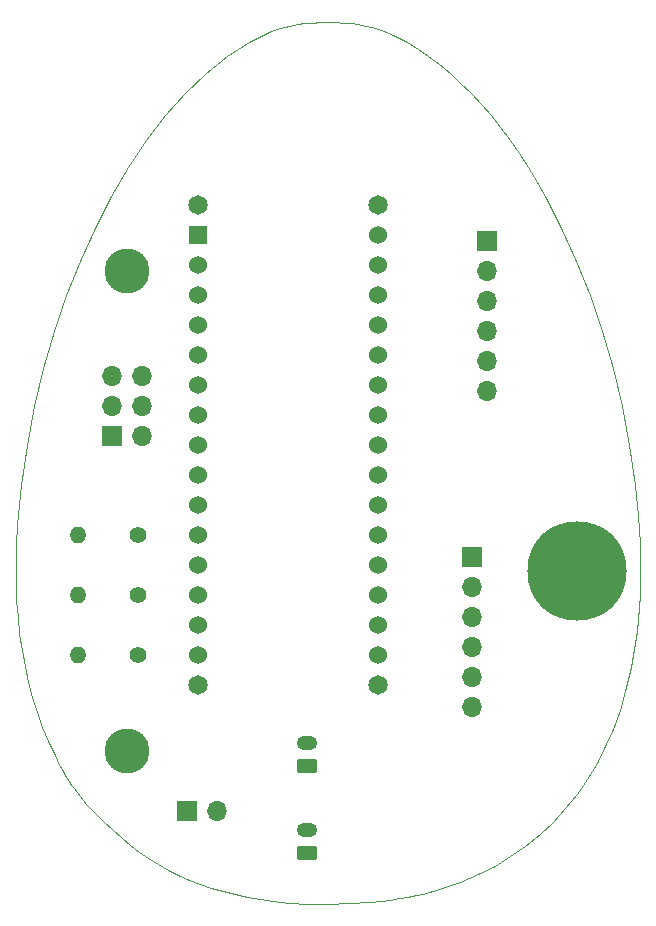
<source format=gbr>
%TF.GenerationSoftware,KiCad,Pcbnew,(6.0.6)*%
%TF.CreationDate,2022-07-21T10:54:16-07:00*%
%TF.ProjectId,ElectronicEggDrop,456c6563-7472-46f6-9e69-634567674472,rev?*%
%TF.SameCoordinates,Original*%
%TF.FileFunction,Soldermask,Top*%
%TF.FilePolarity,Negative*%
%FSLAX46Y46*%
G04 Gerber Fmt 4.6, Leading zero omitted, Abs format (unit mm)*
G04 Created by KiCad (PCBNEW (6.0.6)) date 2022-07-21 10:54:16*
%MOMM*%
%LPD*%
G01*
G04 APERTURE LIST*
G04 Aperture macros list*
%AMRoundRect*
0 Rectangle with rounded corners*
0 $1 Rounding radius*
0 $2 $3 $4 $5 $6 $7 $8 $9 X,Y pos of 4 corners*
0 Add a 4 corners polygon primitive as box body*
4,1,4,$2,$3,$4,$5,$6,$7,$8,$9,$2,$3,0*
0 Add four circle primitives for the rounded corners*
1,1,$1+$1,$2,$3*
1,1,$1+$1,$4,$5*
1,1,$1+$1,$6,$7*
1,1,$1+$1,$8,$9*
0 Add four rect primitives between the rounded corners*
20,1,$1+$1,$2,$3,$4,$5,0*
20,1,$1+$1,$4,$5,$6,$7,0*
20,1,$1+$1,$6,$7,$8,$9,0*
20,1,$1+$1,$8,$9,$2,$3,0*%
G04 Aperture macros list end*
%TA.AperFunction,Profile*%
%ADD10C,0.025399*%
%TD*%
%ADD11C,1.650000*%
%ADD12R,1.524000X1.524000*%
%ADD13C,1.524000*%
%ADD14RoundRect,0.250000X0.625000X-0.350000X0.625000X0.350000X-0.625000X0.350000X-0.625000X-0.350000X0*%
%ADD15O,1.750000X1.200000*%
%ADD16C,8.400000*%
%ADD17C,1.400000*%
%ADD18O,1.400000X1.400000*%
%ADD19R,1.700000X1.700000*%
%ADD20O,1.700000X1.700000*%
%ADD21C,3.800000*%
G04 APERTURE END LIST*
D10*
X110955611Y-130290463D02*
X110755790Y-129884972D01*
X111953453Y-132047527D02*
X111746614Y-131722071D01*
X109262709Y-126233297D02*
X108865549Y-124967472D01*
X109774374Y-97090331D02*
X110679355Y-93949659D01*
X159048980Y-124434594D02*
X158580224Y-126060765D01*
X132570500Y-67846666D02*
X133224333Y-67810711D01*
X111545642Y-131386665D02*
X111348306Y-131038280D01*
X135197799Y-67846666D02*
X135839665Y-67906591D01*
X133224333Y-67810711D02*
X133884150Y-67798726D01*
X140648716Y-141868040D02*
X139909930Y-141985810D01*
X129108230Y-68565766D02*
X129600509Y-68385991D01*
X107500344Y-112057038D02*
X107589163Y-110413964D01*
X153644037Y-85197673D02*
X154906137Y-87985107D01*
X142399300Y-70666716D02*
X143308753Y-71354665D01*
X114835540Y-135421166D02*
X114835540Y-135421166D01*
X116325886Y-136803079D02*
X115573617Y-136132831D01*
X123565303Y-72103961D02*
X125371362Y-70666342D01*
X129108230Y-68565766D02*
X129108230Y-68565766D01*
X139608018Y-68989629D02*
X140547898Y-69482324D01*
X159048980Y-124434594D02*
X159048980Y-124434594D01*
X138660064Y-68565766D02*
X139608018Y-68989629D01*
X145089993Y-72912702D02*
X145959711Y-73779042D01*
X159518034Y-122405316D02*
X159297061Y-123416277D01*
X138660064Y-68565766D02*
X138660064Y-68565766D01*
X108220406Y-122349862D02*
X107971882Y-120993723D01*
X159297061Y-123416277D02*
X159048980Y-124434594D01*
X117879216Y-138022275D02*
X117093901Y-137432647D01*
X143554273Y-141139184D02*
X141945068Y-141598229D01*
X131304718Y-67990486D02*
X131928634Y-67906591D01*
X115491502Y-82562526D02*
X116951002Y-80084989D01*
X159879333Y-120390834D02*
X159712068Y-121398054D01*
X130594698Y-142383751D02*
X129876023Y-142326217D01*
X143308753Y-71354665D02*
X144205995Y-72103952D01*
X123991364Y-141093309D02*
X123041435Y-140762606D01*
X118496451Y-77785292D02*
X120119529Y-75678508D01*
X148472852Y-76704865D02*
X149275113Y-77782827D01*
X153978971Y-134376577D02*
X152929983Y-135506280D01*
X121224558Y-139996134D02*
X120354502Y-139558891D01*
X159387783Y-103616389D02*
X159860427Y-106976540D01*
X160134238Y-118361896D02*
X160020000Y-119380000D01*
X158762879Y-100314217D02*
X159387783Y-103616389D01*
X118683385Y-138572699D02*
X117879216Y-138022275D01*
X119507963Y-139084659D02*
X118683385Y-138572699D01*
X150605633Y-137530539D02*
X149333701Y-138421653D01*
X107589163Y-110413964D02*
X107725092Y-108721190D01*
X151804966Y-136558174D02*
X150605633Y-137530539D01*
X127025762Y-141884150D02*
X125981973Y-141653343D01*
X133884150Y-67798726D02*
X134543966Y-67810711D01*
X123041435Y-140762606D02*
X122119684Y-140397127D01*
X125371362Y-70666342D02*
X127221777Y-69481919D01*
X158023432Y-127621175D02*
X157380321Y-129114104D01*
X154950214Y-133170787D02*
X153978971Y-134376577D01*
X150820251Y-80081543D02*
X151561060Y-81298549D01*
X157993989Y-97085013D02*
X158762879Y-100314217D01*
X159860427Y-106976540D02*
X159860427Y-106976540D01*
X111348306Y-131038280D02*
X111152373Y-130673889D01*
X145959711Y-73779042D02*
X146814117Y-74701098D01*
X129218078Y-142251046D02*
X129218078Y-142251031D01*
X120119529Y-75678508D02*
X121811920Y-73779707D01*
X158580224Y-126060765D02*
X158023432Y-127621175D01*
X109005252Y-100318416D02*
X109774374Y-97090331D01*
X140547898Y-69482324D02*
X141478670Y-70041978D01*
X130704736Y-68098351D02*
X131304718Y-67990486D01*
X113753080Y-134301541D02*
X113442680Y-133960930D01*
X154906137Y-87985107D02*
X156057345Y-90905468D01*
X160274181Y-111895825D02*
X160314946Y-113034339D01*
X111746614Y-131722071D02*
X111545642Y-131386665D01*
X114126269Y-85202833D02*
X115491502Y-82562526D01*
X113153769Y-133631570D02*
X112884117Y-133310431D01*
X124971025Y-141389976D02*
X123991364Y-141093309D01*
X157380321Y-129114104D02*
X156652603Y-130537829D01*
X112393660Y-132680707D02*
X112168391Y-132366063D01*
X160222218Y-117332865D02*
X160134238Y-118361896D01*
X137063561Y-68098351D02*
X137633624Y-68230186D01*
X129600509Y-68385991D02*
X130134672Y-68230186D01*
X112884117Y-133310431D02*
X112631491Y-132994486D01*
X132177898Y-142447768D02*
X130594698Y-142383751D01*
X147990883Y-139229796D02*
X146578896Y-139953246D01*
X110207559Y-128689869D02*
X109709955Y-127473370D01*
X137633624Y-68230186D02*
X138167786Y-68385991D01*
X128103946Y-142083133D02*
X127025762Y-141884150D01*
X149275113Y-77782827D02*
X150057924Y-78909011D01*
X145099455Y-140590282D02*
X143554273Y-141139184D01*
X156652603Y-130537829D02*
X155841996Y-131890631D01*
X107458904Y-113652591D02*
X107500344Y-112057038D01*
X127221777Y-69481919D02*
X129108230Y-68565766D01*
X130134672Y-68230186D02*
X130704736Y-68098351D01*
X141330124Y-141738691D02*
X140648716Y-141868040D01*
X108380308Y-103618843D02*
X109005252Y-100318416D01*
X125981973Y-141653343D02*
X124971025Y-141389976D01*
X109709955Y-127473370D02*
X109262709Y-126233297D01*
X107907859Y-106976540D02*
X107907859Y-106976540D01*
X135673308Y-142384656D02*
X133894995Y-142446827D01*
X114835540Y-135421166D02*
X114087203Y-134656432D01*
X138167786Y-68385991D02*
X138660064Y-68565766D01*
X144205995Y-72103952D02*
X145089993Y-72912702D01*
X129218078Y-142251031D02*
X128103946Y-142083133D01*
X146814117Y-74701098D02*
X147652175Y-75676997D01*
X160020000Y-119380000D02*
X159879333Y-120390834D01*
X107519249Y-116709839D02*
X107465116Y-115202799D01*
X159712068Y-121398054D02*
X159518034Y-122405316D01*
X111152373Y-130673889D02*
X110955611Y-130290463D01*
X160320080Y-115227395D02*
X160284108Y-116289250D01*
X141478670Y-70041978D02*
X142399300Y-70666716D01*
X108518205Y-123673720D02*
X108220406Y-122349862D01*
X112168391Y-132366063D02*
X111953453Y-132047527D01*
X112631491Y-132994486D02*
X112393660Y-132680707D01*
X110755790Y-129884972D02*
X110755790Y-129884972D01*
X150057924Y-78909011D02*
X150820251Y-80081543D01*
X152929983Y-135506280D02*
X151804966Y-136558174D01*
X114087203Y-134656432D02*
X113753080Y-134301541D01*
X129218078Y-142251046D02*
X129218078Y-142251046D01*
X159860427Y-106976540D02*
X160117102Y-109516541D01*
X152279317Y-82558155D02*
X153644037Y-85197673D01*
X110755790Y-129884972D02*
X110207559Y-128689869D01*
X141945068Y-141598229D02*
X141945068Y-141598229D01*
X113442680Y-133960930D02*
X113153769Y-133631570D01*
X121811920Y-73779707D02*
X123565303Y-72103961D01*
X160284108Y-116289250D02*
X160222218Y-117332865D01*
X112863621Y-87990839D02*
X114126269Y-85202833D01*
X135839665Y-67906591D02*
X136463580Y-67990486D01*
X133894995Y-142446827D02*
X132177898Y-142447768D01*
X115573617Y-136132831D02*
X114835540Y-135421166D01*
X141945068Y-141598229D02*
X141330124Y-141738691D01*
X107465116Y-115202799D02*
X107458904Y-113652591D01*
X160330303Y-114143644D02*
X160320080Y-115227395D01*
X107621574Y-118175888D02*
X107519249Y-116709839D01*
X147652175Y-75676997D02*
X148472852Y-76704865D01*
X117093901Y-137432647D02*
X116325886Y-136803079D01*
X111711877Y-90911471D02*
X112863621Y-87990839D01*
X108865549Y-124967472D02*
X108518205Y-123673720D01*
X155841996Y-131890631D02*
X154950214Y-133170787D01*
X156057345Y-90905468D02*
X157089387Y-93943767D01*
X157089387Y-93943767D02*
X157993989Y-97085013D01*
X107971882Y-120993723D02*
X107772361Y-119603123D01*
X151561060Y-81298549D02*
X152279317Y-82558155D01*
X110679355Y-93949659D02*
X111711877Y-90911471D01*
X139909930Y-141985810D02*
X139122851Y-142091534D01*
X160314946Y-113034339D02*
X160330303Y-114143644D01*
X107772361Y-119603123D02*
X107621574Y-118175888D01*
X136463580Y-67990486D02*
X137063561Y-68098351D01*
X149333701Y-138421653D02*
X147990883Y-139229796D01*
X122119684Y-140397127D02*
X121224558Y-139996134D01*
X116951002Y-80084989D02*
X118496451Y-77785292D01*
X160117102Y-109516541D02*
X160274181Y-111895825D01*
X107907859Y-106976540D02*
X108380308Y-103618843D01*
X137440155Y-142264982D02*
X135673308Y-142384656D01*
X139122851Y-142091534D02*
X137440155Y-142264982D01*
X134543966Y-67810711D02*
X135197799Y-67846666D01*
X107725092Y-108721190D02*
X107907859Y-106976540D01*
X120354502Y-139558891D02*
X119507963Y-139084659D01*
X129876023Y-142326217D02*
X129218078Y-142251046D01*
X146578896Y-139953246D02*
X145099455Y-140590282D01*
X131928634Y-67906591D02*
X132570500Y-67846666D01*
D11*
%TO.C,Arduino Nano*%
X122891023Y-83271217D03*
X122891023Y-123911217D03*
X138131023Y-83271217D03*
X138131023Y-123911217D03*
D12*
X122891023Y-85811217D03*
D13*
X122891023Y-88351217D03*
X122891023Y-90891217D03*
X122891023Y-93431217D03*
X122891023Y-95971217D03*
X122891023Y-98511217D03*
X122891023Y-101051217D03*
X122891023Y-103591217D03*
X122891023Y-106131217D03*
X122891023Y-108671217D03*
X122891023Y-111211217D03*
X122891023Y-113751217D03*
X122891023Y-116291217D03*
X122891023Y-118831217D03*
X122891023Y-121371217D03*
X138131023Y-121371217D03*
X138131023Y-118831217D03*
X138131023Y-116291217D03*
X138131023Y-113751217D03*
X138131023Y-111211217D03*
X138131023Y-108671217D03*
X138131023Y-106131217D03*
X138131023Y-103591217D03*
X138131023Y-101051217D03*
X138131023Y-98511217D03*
X138131023Y-95971217D03*
X138131023Y-93431217D03*
X138131023Y-90891217D03*
X138131023Y-88351217D03*
X138131023Y-85811217D03*
%TD*%
D14*
%TO.C,+3.7v*%
X132080000Y-138160000D03*
D15*
X132080000Y-136160000D03*
%TD*%
D16*
%TO.C,REF\u002A\u002A*%
X154940000Y-114300000D03*
%TD*%
D17*
%TO.C,R2*%
X117811023Y-116291217D03*
D18*
X112731023Y-116291217D03*
%TD*%
D19*
%TO.C,Indicator_LEDs1*%
X115570000Y-102870000D03*
D20*
X118110000Y-102870000D03*
X115570000Y-100330000D03*
X118110000Y-100330000D03*
X115570000Y-97790000D03*
X118110000Y-97790000D03*
%TD*%
D17*
%TO.C,R3*%
X117811023Y-121371217D03*
D18*
X112731023Y-121371217D03*
%TD*%
D21*
%TO.C,REF\u002A\u002A*%
X116840000Y-129540000D03*
%TD*%
D19*
%TO.C,Switch*%
X121920000Y-134620000D03*
D20*
X124460000Y-134620000D03*
%TD*%
D17*
%TO.C,R1*%
X117811023Y-111211217D03*
D18*
X112731023Y-111211217D03*
%TD*%
D14*
%TO.C,+3.7V*%
X132080000Y-130810000D03*
D15*
X132080000Y-128810000D03*
%TD*%
D21*
%TO.C,REF\u002A\u002A*%
X116840000Y-88900000D03*
%TD*%
D19*
%TO.C,LIS3DH Connector*%
X146075000Y-113055000D03*
D20*
X146075000Y-115595000D03*
X146075000Y-118135000D03*
X146075000Y-120675000D03*
X146075000Y-123215000D03*
X146075000Y-125755000D03*
%TD*%
D19*
%TO.C,SD Card Reader Connector*%
X147320000Y-86360000D03*
D20*
X147320000Y-88900000D03*
X147320000Y-91440000D03*
X147320000Y-93980000D03*
X147320000Y-96520000D03*
X147320000Y-99060000D03*
%TD*%
M02*

</source>
